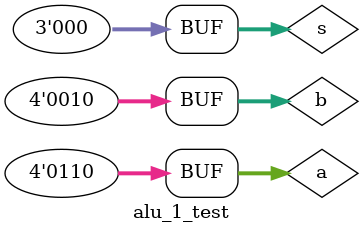
<source format=v>
`timescale 1ns / 1ps

module alu_1_test;

	// Inputs

	reg [3:0] a;
	reg [3:0] b;
	reg [2:0] s;

	wire [7:0] y;
	
	// Instantiate the Unit Under Test (UUT)
	alu_1 uut (
		.y(y), 
		.a(a), 
		.b(b), 
		.s(s)
	);

	initial begin
		// Initialize Inputs
		a = 4'b0110;
		b = 4'b0010;
		for(s = 0; s < 8; s = s + 1)
			#100;
	end
      
endmodule


</source>
